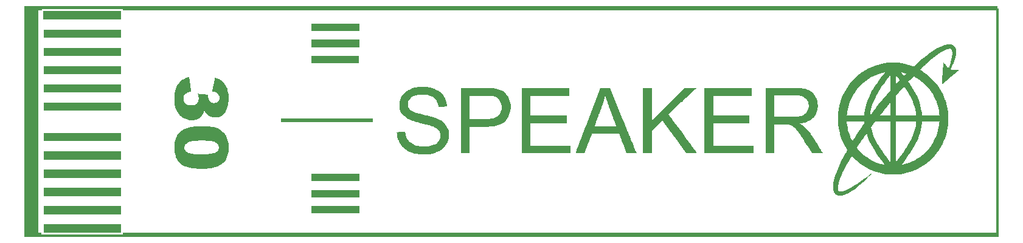
<source format=gto>
G04 #@! TF.GenerationSoftware,KiCad,Pcbnew,(6.99.0-2103-gdc6c27b686)*
G04 #@! TF.CreationDate,2022-06-20T02:17:25-05:00*
G04 #@! TF.ProjectId,speaker-SAO,73706561-6b65-4722-9d53-414f2e6b6963,rev?*
G04 #@! TF.SameCoordinates,Original*
G04 #@! TF.FileFunction,Legend,Top*
G04 #@! TF.FilePolarity,Positive*
%FSLAX46Y46*%
G04 Gerber Fmt 4.6, Leading zero omitted, Abs format (unit mm)*
G04 Created by KiCad (PCBNEW (6.99.0-2103-gdc6c27b686)) date 2022-06-20 02:17:25*
%MOMM*%
%LPD*%
G01*
G04 APERTURE LIST*
%ADD10R,1.700000X1.700000*%
%ADD11O,1.700000X1.700000*%
G04 APERTURE END LIST*
G36*
X214696245Y-74088416D02*
G01*
X214696245Y-74422417D01*
X214823404Y-74422417D01*
X214823404Y-106327489D01*
X79192491Y-106327489D01*
X79192491Y-105723106D01*
X81115770Y-105723106D01*
X81592616Y-105723106D01*
X81592616Y-105945773D01*
X92877972Y-105945773D01*
X92877972Y-105723106D01*
X214521402Y-105723106D01*
X214521402Y-74708704D01*
X92877972Y-74708704D01*
X92877972Y-74549655D01*
X81608511Y-74549655D01*
X81608511Y-74708704D01*
X81115770Y-74708704D01*
X81115770Y-105723106D01*
X79192491Y-105723106D01*
X79192491Y-74088416D01*
X214696245Y-74088416D01*
G37*
G36*
X92623654Y-105675391D02*
G01*
X81862828Y-105675391D01*
X81862828Y-104530244D01*
X92623654Y-104530244D01*
X92623654Y-105675391D01*
G37*
G36*
X92623654Y-103130620D02*
G01*
X81862828Y-103130620D01*
X81862828Y-101985472D01*
X92623654Y-101985472D01*
X92623654Y-103130620D01*
G37*
G36*
X125812140Y-103019286D02*
G01*
X119136295Y-103019286D01*
X119136295Y-102001377D01*
X125812140Y-102001377D01*
X125812140Y-103019286D01*
G37*
G36*
X125812140Y-100760801D02*
G01*
X122484814Y-100760801D01*
X122161846Y-100760751D01*
X121847323Y-100760605D01*
X121542722Y-100760366D01*
X121249521Y-100760040D01*
X120969196Y-100759632D01*
X120703224Y-100759145D01*
X120453083Y-100758586D01*
X120220249Y-100757958D01*
X120006199Y-100757266D01*
X119812412Y-100756514D01*
X119640363Y-100755709D01*
X119491529Y-100754853D01*
X119367389Y-100753953D01*
X119269418Y-100753012D01*
X119199095Y-100752036D01*
X119157895Y-100751028D01*
X119146892Y-100750198D01*
X119144286Y-100732249D01*
X119141913Y-100686404D01*
X119139854Y-100616574D01*
X119138190Y-100526673D01*
X119137003Y-100420613D01*
X119136375Y-100302307D01*
X119136295Y-100241244D01*
X119136295Y-99742893D01*
X125812140Y-99742893D01*
X125812140Y-100760801D01*
G37*
G36*
X92623654Y-100585848D02*
G01*
X81862828Y-100585848D01*
X81862828Y-99440701D01*
X92623654Y-99440701D01*
X92623654Y-100585848D01*
G37*
G36*
X193210014Y-93207692D02*
G01*
X193017982Y-92770845D01*
X192851577Y-92321250D01*
X192712157Y-91862454D01*
X192601082Y-91398002D01*
X192547533Y-91111675D01*
X192523488Y-90963837D01*
X192503763Y-90831933D01*
X192487947Y-90710297D01*
X192475629Y-90593261D01*
X192466399Y-90475159D01*
X192459846Y-90350325D01*
X192455647Y-90215905D01*
X193684727Y-90215905D01*
X193692905Y-90299405D01*
X193736328Y-90674077D01*
X193791380Y-91023934D01*
X193859500Y-91354292D01*
X193942124Y-91670466D01*
X194040690Y-91977774D01*
X194156636Y-92281529D01*
X194291400Y-92587049D01*
X194337852Y-92684245D01*
X194466986Y-92949767D01*
X194620778Y-92700149D01*
X194684510Y-92597333D01*
X194756598Y-92482052D01*
X194829803Y-92365823D01*
X194896888Y-92260160D01*
X194922646Y-92219912D01*
X195011215Y-92083079D01*
X195110991Y-91930857D01*
X195219134Y-91767444D01*
X195332804Y-91597037D01*
X195449161Y-91423837D01*
X195565365Y-91252040D01*
X195678576Y-91085845D01*
X195735323Y-91003193D01*
X197040740Y-91003193D01*
X197093246Y-91209956D01*
X197185450Y-91539852D01*
X197295126Y-91870978D01*
X197423119Y-92204866D01*
X197570273Y-92543050D01*
X197737435Y-92887062D01*
X197925447Y-93238436D01*
X198135156Y-93598704D01*
X198367407Y-93969399D01*
X198623043Y-94352055D01*
X198902911Y-94748204D01*
X199207854Y-95159380D01*
X199427065Y-95444615D01*
X199499989Y-95538091D01*
X199566399Y-95622886D01*
X199623846Y-95695899D01*
X199669881Y-95754031D01*
X199702058Y-95794182D01*
X199717928Y-95813254D01*
X199719147Y-95814402D01*
X199719584Y-95798764D01*
X199720008Y-95752923D01*
X199720417Y-95678481D01*
X199720808Y-95577045D01*
X199721179Y-95450220D01*
X199721528Y-95299610D01*
X199721852Y-95126821D01*
X199722149Y-94933458D01*
X199722417Y-94721126D01*
X199722654Y-94491430D01*
X199722856Y-94245974D01*
X199723021Y-93986365D01*
X199723148Y-93714206D01*
X199723233Y-93431104D01*
X199723275Y-93138663D01*
X199723279Y-93015153D01*
X199723279Y-93007201D01*
X200549812Y-93007201D01*
X200549852Y-93302614D01*
X200549969Y-93589351D01*
X200550160Y-93865805D01*
X200550419Y-94130368D01*
X200550743Y-94381433D01*
X200551128Y-94617392D01*
X200551570Y-94836638D01*
X200552064Y-95037564D01*
X200552607Y-95218563D01*
X200553194Y-95378027D01*
X200553821Y-95514348D01*
X200554485Y-95625920D01*
X200555180Y-95711135D01*
X200555904Y-95768385D01*
X200556651Y-95796064D01*
X200556950Y-95798497D01*
X200568468Y-95786575D01*
X200596493Y-95753296D01*
X200637991Y-95702394D01*
X200689924Y-95637601D01*
X200749258Y-95562648D01*
X200763506Y-95544526D01*
X201061105Y-95159122D01*
X201334968Y-94790913D01*
X201586543Y-94437682D01*
X201817282Y-94097215D01*
X202028634Y-93767297D01*
X202222048Y-93445713D01*
X202398975Y-93130249D01*
X202560864Y-92818689D01*
X202601271Y-92736819D01*
X202790255Y-92326295D01*
X202950993Y-91926210D01*
X203084252Y-91534008D01*
X203190803Y-91147131D01*
X203271413Y-90763019D01*
X203326851Y-90379117D01*
X203336037Y-90291452D01*
X203343404Y-90215905D01*
X200549812Y-90215905D01*
X200549812Y-93007201D01*
X199723279Y-93007201D01*
X199723279Y-90215905D01*
X198670244Y-90216296D01*
X197617209Y-90216688D01*
X197386733Y-90528723D01*
X197318790Y-90620834D01*
X197253776Y-90709206D01*
X197195189Y-90789066D01*
X197146526Y-90855643D01*
X197111285Y-90904163D01*
X197098499Y-90921975D01*
X197040740Y-91003193D01*
X195735323Y-91003193D01*
X195785953Y-90929450D01*
X195884658Y-90787054D01*
X195971850Y-90662854D01*
X196044689Y-90561050D01*
X196046430Y-90558652D01*
X196086791Y-90496546D01*
X196109233Y-90440834D01*
X196116030Y-90380526D01*
X196109452Y-90304628D01*
X196104942Y-90275548D01*
X196095090Y-90215905D01*
X193684727Y-90215905D01*
X192455647Y-90215905D01*
X192455559Y-90213092D01*
X192453128Y-90057794D01*
X192452142Y-89878763D01*
X192452059Y-89794427D01*
X192452558Y-89603640D01*
X192454327Y-89438984D01*
X192455907Y-89372949D01*
X193682623Y-89372949D01*
X196096961Y-89372949D01*
X196098915Y-89353068D01*
X198286570Y-89353068D01*
X198289666Y-89357912D01*
X198306597Y-89361952D01*
X198339612Y-89365248D01*
X198390958Y-89367865D01*
X198462881Y-89369865D01*
X198557629Y-89371311D01*
X198677450Y-89372265D01*
X198824590Y-89372790D01*
X198999124Y-89372949D01*
X199723279Y-89372949D01*
X200549812Y-89372949D01*
X203344284Y-89372949D01*
X203336703Y-89305354D01*
X203283660Y-88918977D01*
X203211735Y-88542205D01*
X203119755Y-88171761D01*
X203006550Y-87804365D01*
X202870946Y-87436739D01*
X202711771Y-87065606D01*
X202527855Y-86687686D01*
X202318024Y-86299702D01*
X202173075Y-86050436D01*
X202123011Y-85967613D01*
X202066630Y-85876261D01*
X202006369Y-85780131D01*
X201944662Y-85682975D01*
X201883945Y-85588544D01*
X201826653Y-85500590D01*
X201775221Y-85422866D01*
X201732084Y-85359123D01*
X201699678Y-85313112D01*
X201680438Y-85288587D01*
X201676605Y-85285547D01*
X201664378Y-85297093D01*
X201633257Y-85330246D01*
X201585304Y-85382692D01*
X201522578Y-85452117D01*
X201447141Y-85536206D01*
X201361053Y-85632646D01*
X201266375Y-85739122D01*
X201165166Y-85853319D01*
X201059488Y-85972924D01*
X200951400Y-86095622D01*
X200842965Y-86219098D01*
X200736241Y-86341039D01*
X200704575Y-86377309D01*
X200549812Y-86554681D01*
X200549812Y-89372949D01*
X199723279Y-89372949D01*
X199723279Y-88465436D01*
X199723013Y-88256186D01*
X199722226Y-88073000D01*
X199720932Y-87916713D01*
X199719145Y-87788162D01*
X199716880Y-87688184D01*
X199714151Y-87617615D01*
X199710972Y-87577291D01*
X199707863Y-87567455D01*
X199694003Y-87582232D01*
X199662422Y-87619547D01*
X199615071Y-87676951D01*
X199553901Y-87751993D01*
X199480861Y-87842223D01*
X199397902Y-87945191D01*
X199306975Y-88058447D01*
X199210029Y-88179540D01*
X199109016Y-88306020D01*
X199005884Y-88435438D01*
X198902585Y-88565342D01*
X198801068Y-88693283D01*
X198703285Y-88816811D01*
X198611185Y-88933474D01*
X198526719Y-89040824D01*
X198451836Y-89136410D01*
X198388488Y-89217781D01*
X198338624Y-89282488D01*
X198304194Y-89328080D01*
X198287150Y-89352107D01*
X198286570Y-89353068D01*
X196098915Y-89353068D01*
X196099761Y-89344459D01*
X196925936Y-89344459D01*
X197202016Y-88979228D01*
X197287018Y-88867372D01*
X197385917Y-88738211D01*
X197492842Y-88599352D01*
X197601920Y-88458401D01*
X197707280Y-88322965D01*
X197801826Y-88202209D01*
X198070680Y-87863252D01*
X198352249Y-87513949D01*
X198640699Y-87161367D01*
X198930199Y-86812572D01*
X199214918Y-86474631D01*
X199489024Y-86154610D01*
X199544022Y-86091115D01*
X199723279Y-85884593D01*
X199723279Y-84826341D01*
X199723087Y-84646573D01*
X199722534Y-84476865D01*
X199721652Y-84319778D01*
X199720604Y-84193711D01*
X200550464Y-84193711D01*
X200550467Y-84341392D01*
X200550499Y-84371451D01*
X200551185Y-84959361D01*
X200741568Y-84760551D01*
X200809498Y-84689172D01*
X200853115Y-84642806D01*
X202249884Y-84642806D01*
X202449926Y-84941009D01*
X202741711Y-85391885D01*
X203004739Y-85832101D01*
X203239633Y-86263147D01*
X203447015Y-86686514D01*
X203627506Y-87103695D01*
X203781729Y-87516181D01*
X203910307Y-87925463D01*
X204013860Y-88333034D01*
X204093011Y-88740384D01*
X204125638Y-88959389D01*
X204137124Y-89050456D01*
X204146811Y-89136648D01*
X204153901Y-89210134D01*
X204157598Y-89263084D01*
X204157947Y-89276720D01*
X204160024Y-89323268D01*
X204165284Y-89355431D01*
X204168544Y-89362346D01*
X204185761Y-89364047D01*
X204232286Y-89365665D01*
X204305640Y-89367175D01*
X204403341Y-89368558D01*
X204522909Y-89369791D01*
X204661863Y-89370853D01*
X204817721Y-89371721D01*
X204988003Y-89372374D01*
X205170229Y-89372791D01*
X205361918Y-89372948D01*
X205376554Y-89372949D01*
X206573967Y-89372949D01*
X206573967Y-89313208D01*
X206571572Y-89261392D01*
X206564926Y-89184845D01*
X206554837Y-89090242D01*
X206542112Y-88984254D01*
X206527559Y-88873558D01*
X206511987Y-88764825D01*
X206496203Y-88664730D01*
X206493595Y-88649280D01*
X206407110Y-88231658D01*
X206290741Y-87814092D01*
X206146083Y-87401066D01*
X205974732Y-86997068D01*
X205778281Y-86606583D01*
X205746965Y-86549843D01*
X205663435Y-86407337D01*
X205564207Y-86249655D01*
X205454947Y-86085172D01*
X205341323Y-85922266D01*
X205229002Y-85769314D01*
X205149786Y-85667126D01*
X205066634Y-85567621D01*
X204964654Y-85453276D01*
X204848880Y-85329151D01*
X204724345Y-85200307D01*
X204596082Y-85071804D01*
X204469124Y-84948704D01*
X204348504Y-84836066D01*
X204239254Y-84738952D01*
X204165895Y-84677816D01*
X203956143Y-84516707D01*
X203736687Y-84360930D01*
X203514825Y-84215263D01*
X203297857Y-84084488D01*
X203093081Y-83973382D01*
X203080501Y-83967022D01*
X202952666Y-83902708D01*
X202693902Y-84176558D01*
X202614412Y-84260602D01*
X202536316Y-84343028D01*
X202464227Y-84418977D01*
X202402758Y-84483591D01*
X202356522Y-84532014D01*
X202342511Y-84546606D01*
X202249884Y-84642806D01*
X200853115Y-84642806D01*
X200874562Y-84620008D01*
X200931486Y-84558722D01*
X200974997Y-84510979D01*
X200993512Y-84489978D01*
X201055073Y-84418216D01*
X200825696Y-84124167D01*
X200759487Y-84039561D01*
X200698756Y-83962465D01*
X200646569Y-83896732D01*
X200605994Y-83846213D01*
X200580096Y-83814761D01*
X200573066Y-83806829D01*
X200567007Y-83803798D01*
X200562093Y-83809910D01*
X200558214Y-83827933D01*
X200555259Y-83860640D01*
X200553118Y-83910801D01*
X200551678Y-83981186D01*
X200550830Y-84074566D01*
X200550464Y-84193711D01*
X199720604Y-84193711D01*
X199720472Y-84177873D01*
X199719027Y-84053711D01*
X199717350Y-83949854D01*
X199715473Y-83868861D01*
X199713427Y-83813294D01*
X199711246Y-83785714D01*
X199710132Y-83783199D01*
X199696442Y-83800125D01*
X199666580Y-83837751D01*
X199623975Y-83891734D01*
X199572056Y-83957732D01*
X199522423Y-84020977D01*
X199237683Y-84389520D01*
X198975763Y-84739874D01*
X198735155Y-85074328D01*
X198514355Y-85395171D01*
X198311856Y-85704694D01*
X198126152Y-86005187D01*
X197955739Y-86298939D01*
X197799109Y-86588240D01*
X197681632Y-86820225D01*
X197511755Y-87182820D01*
X197365679Y-87531315D01*
X197241852Y-87870802D01*
X197138719Y-88206370D01*
X197054729Y-88543107D01*
X196988326Y-88886105D01*
X196937959Y-89240451D01*
X196934828Y-89267251D01*
X196925936Y-89344459D01*
X196099761Y-89344459D01*
X196105949Y-89281496D01*
X196122585Y-89131534D01*
X196144088Y-88967192D01*
X196169079Y-88797282D01*
X196196176Y-88630619D01*
X196224001Y-88476014D01*
X196251174Y-88342283D01*
X196257215Y-88315278D01*
X196353060Y-87940732D01*
X196470207Y-87563825D01*
X196609294Y-87183378D01*
X196770958Y-86798216D01*
X196955834Y-86407160D01*
X197164560Y-86009033D01*
X197397772Y-85602659D01*
X197656107Y-85186859D01*
X197940201Y-84760455D01*
X198250691Y-84322272D01*
X198588214Y-83871132D01*
X198823481Y-83569016D01*
X198878410Y-83498899D01*
X198925279Y-83437894D01*
X198960989Y-83390134D01*
X198982436Y-83359756D01*
X198985468Y-83354058D01*
X201283261Y-83354058D01*
X201290777Y-83367485D01*
X201315095Y-83401830D01*
X201353247Y-83453101D01*
X201402264Y-83517306D01*
X201458105Y-83589091D01*
X201638611Y-83819178D01*
X201793547Y-83665937D01*
X201855073Y-83604537D01*
X201896288Y-83561453D01*
X201919864Y-83533024D01*
X201928473Y-83515588D01*
X201924788Y-83505485D01*
X201914565Y-83500141D01*
X201873110Y-83486852D01*
X201811736Y-83469780D01*
X201736107Y-83450235D01*
X201651884Y-83429526D01*
X201564728Y-83408964D01*
X201480301Y-83389860D01*
X201404266Y-83373522D01*
X201342283Y-83361262D01*
X201300016Y-83354389D01*
X201283261Y-83354058D01*
X198985468Y-83354058D01*
X198987233Y-83350740D01*
X198969676Y-83351531D01*
X198926553Y-83359187D01*
X198863045Y-83372478D01*
X198784329Y-83390174D01*
X198695585Y-83411044D01*
X198601990Y-83433859D01*
X198508723Y-83457389D01*
X198420963Y-83480403D01*
X198343889Y-83501673D01*
X198309443Y-83511727D01*
X197886670Y-83654769D01*
X197476305Y-83826494D01*
X197079709Y-84025758D01*
X196698244Y-84251415D01*
X196333270Y-84502322D01*
X195986149Y-84777335D01*
X195658241Y-85075308D01*
X195350908Y-85395097D01*
X195065511Y-85735558D01*
X194803410Y-86095548D01*
X194565967Y-86473920D01*
X194382167Y-86813864D01*
X194232267Y-87134853D01*
X194097607Y-87469074D01*
X193979763Y-87811043D01*
X193880311Y-88155278D01*
X193800828Y-88496297D01*
X193742891Y-88828617D01*
X193708076Y-89146755D01*
X193706997Y-89161813D01*
X193701730Y-89229582D01*
X193696177Y-89288669D01*
X193691295Y-89329238D01*
X193689938Y-89337163D01*
X193682623Y-89372949D01*
X192455907Y-89372949D01*
X192457778Y-89294794D01*
X192463322Y-89165401D01*
X192471368Y-89045141D01*
X192482328Y-88928346D01*
X192496613Y-88809349D01*
X192514633Y-88682484D01*
X192536798Y-88542085D01*
X192547533Y-88477179D01*
X192643563Y-87996010D01*
X192768622Y-87525363D01*
X192921747Y-87066330D01*
X193101975Y-86620002D01*
X193308344Y-86187470D01*
X193539889Y-85769828D01*
X193795649Y-85368166D01*
X194074660Y-84983577D01*
X194375958Y-84617151D01*
X194698582Y-84269981D01*
X195041567Y-83943159D01*
X195403952Y-83637776D01*
X195784772Y-83354924D01*
X196183065Y-83095695D01*
X196597867Y-82861181D01*
X197028217Y-82652473D01*
X197473150Y-82470663D01*
X197931703Y-82316843D01*
X197999114Y-82296971D01*
X198463755Y-82178434D01*
X198935434Y-82089503D01*
X199411933Y-82030103D01*
X199891033Y-82000160D01*
X200370517Y-81999599D01*
X200848166Y-82028345D01*
X201321763Y-82086324D01*
X201789088Y-82173460D01*
X202247926Y-82289679D01*
X202696056Y-82434906D01*
X202757166Y-82457307D01*
X202969714Y-82536351D01*
X203019431Y-82489966D01*
X203281565Y-82250194D01*
X203559697Y-82004682D01*
X203849058Y-81757285D01*
X204144883Y-81511859D01*
X204442403Y-81272258D01*
X204736851Y-81042337D01*
X205023461Y-80825952D01*
X205297464Y-80626959D01*
X205485169Y-80495997D01*
X205765142Y-80308767D01*
X206026523Y-80143256D01*
X206272338Y-79997858D01*
X206505614Y-79870972D01*
X206729378Y-79760994D01*
X206946655Y-79666320D01*
X207160474Y-79585348D01*
X207279363Y-79545539D01*
X207443154Y-79497110D01*
X207588233Y-79463414D01*
X207723312Y-79443090D01*
X207857101Y-79434779D01*
X207979517Y-79436275D01*
X208145468Y-79451689D01*
X208289094Y-79484733D01*
X208415954Y-79537756D01*
X208531605Y-79613108D01*
X208641605Y-79713139D01*
X208646529Y-79718277D01*
X208730625Y-79825055D01*
X208802780Y-79953743D01*
X208858153Y-80095248D01*
X208871129Y-80140200D01*
X208894940Y-80267614D01*
X208906370Y-80418017D01*
X208905596Y-80585175D01*
X208892798Y-80762855D01*
X208868154Y-80944825D01*
X208844509Y-81068826D01*
X208789479Y-81294125D01*
X208717337Y-81539425D01*
X208630065Y-81799294D01*
X208529645Y-82068301D01*
X208418060Y-82341016D01*
X208297291Y-82612006D01*
X208228551Y-82756543D01*
X208131783Y-82955354D01*
X208191329Y-82960411D01*
X208221705Y-82962747D01*
X208279395Y-82966956D01*
X208359997Y-82972724D01*
X208459112Y-82979740D01*
X208572339Y-82987692D01*
X208695276Y-82996266D01*
X208751564Y-83000173D01*
X208890755Y-83010314D01*
X209010865Y-83020064D01*
X209109425Y-83029175D01*
X209183964Y-83037395D01*
X209232014Y-83044475D01*
X209251105Y-83050165D01*
X209251332Y-83050782D01*
X209239363Y-83063349D01*
X209205118Y-83094498D01*
X209150621Y-83142521D01*
X209077896Y-83205710D01*
X208988967Y-83282357D01*
X208885857Y-83370756D01*
X208770590Y-83469198D01*
X208645190Y-83575976D01*
X208511681Y-83689381D01*
X208372086Y-83807707D01*
X208228429Y-83929246D01*
X208082734Y-84052289D01*
X207937024Y-84175130D01*
X207793324Y-84296060D01*
X207653657Y-84413373D01*
X207520047Y-84525359D01*
X207394517Y-84630312D01*
X207279092Y-84726524D01*
X207175795Y-84812288D01*
X207086649Y-84885894D01*
X207013680Y-84945637D01*
X206958909Y-84989808D01*
X206924362Y-85016699D01*
X206912097Y-85024669D01*
X206911877Y-85007877D01*
X206913837Y-84962012D01*
X206917790Y-84889723D01*
X206923549Y-84793660D01*
X206930926Y-84676471D01*
X206939733Y-84540806D01*
X206949783Y-84389313D01*
X206960888Y-84224640D01*
X206972862Y-84049438D01*
X206985516Y-83866355D01*
X206998663Y-83678039D01*
X207012116Y-83487140D01*
X207025687Y-83296307D01*
X207039189Y-83108188D01*
X207052434Y-82925432D01*
X207065234Y-82750689D01*
X207077403Y-82586607D01*
X207088753Y-82435835D01*
X207099096Y-82301022D01*
X207108245Y-82184816D01*
X207116012Y-82089868D01*
X207122211Y-82018826D01*
X207126652Y-81974338D01*
X207129056Y-81959102D01*
X207140980Y-81968486D01*
X207170779Y-81999713D01*
X207216094Y-82050090D01*
X207274567Y-82116923D01*
X207343838Y-82197521D01*
X207421550Y-82289192D01*
X207495302Y-82377190D01*
X207590300Y-82490909D01*
X207667117Y-82582196D01*
X207727770Y-82653182D01*
X207774278Y-82705997D01*
X207808660Y-82742771D01*
X207832935Y-82765634D01*
X207849122Y-82776717D01*
X207859238Y-82778150D01*
X207865302Y-82772063D01*
X207866645Y-82769059D01*
X207896672Y-82689013D01*
X207933420Y-82585486D01*
X207974566Y-82465490D01*
X208017787Y-82336038D01*
X208060758Y-82204143D01*
X208101156Y-82076819D01*
X208136658Y-81961078D01*
X208155344Y-81897683D01*
X208234322Y-81604459D01*
X208294812Y-81335689D01*
X208337021Y-81090103D01*
X208361153Y-80866427D01*
X208367418Y-80663390D01*
X208365674Y-80602389D01*
X208354035Y-80457590D01*
X208332363Y-80339821D01*
X208299394Y-80245536D01*
X208253862Y-80171188D01*
X208194505Y-80113233D01*
X208190008Y-80109853D01*
X208166325Y-80095021D01*
X208138618Y-80085382D01*
X208099828Y-80079905D01*
X208042893Y-80077553D01*
X207967480Y-80077266D01*
X207883128Y-80078595D01*
X207818706Y-80083107D01*
X207762378Y-80092724D01*
X207702310Y-80109370D01*
X207638924Y-80130676D01*
X207478345Y-80191749D01*
X207315326Y-80264192D01*
X207145812Y-80350183D01*
X206965746Y-80451899D01*
X206771072Y-80571519D01*
X206558072Y-80710992D01*
X206212532Y-80952765D01*
X205854066Y-81222643D01*
X205482470Y-81520789D01*
X205097537Y-81847366D01*
X204817815Y-82094975D01*
X204768945Y-82139421D01*
X204705624Y-82197737D01*
X204630789Y-82267151D01*
X204547380Y-82344897D01*
X204458333Y-82428204D01*
X204366588Y-82514305D01*
X204275082Y-82600431D01*
X204186753Y-82683812D01*
X204104540Y-82761681D01*
X204031381Y-82831268D01*
X203970214Y-82889805D01*
X203923976Y-82934522D01*
X203895607Y-82962652D01*
X203887735Y-82971432D01*
X203900599Y-82980852D01*
X203936271Y-83003987D01*
X203990366Y-83038071D01*
X204058503Y-83080338D01*
X204122184Y-83119409D01*
X204527693Y-83385565D01*
X204914946Y-83677117D01*
X205282846Y-83992680D01*
X205630297Y-84330873D01*
X205956200Y-84690313D01*
X206259461Y-85069617D01*
X206538981Y-85467402D01*
X206793664Y-85882286D01*
X207022413Y-86312886D01*
X207224132Y-86757818D01*
X207397723Y-87215702D01*
X207417268Y-87273415D01*
X207541068Y-87673843D01*
X207640878Y-88064894D01*
X207717996Y-88453996D01*
X207773720Y-88848576D01*
X207809348Y-89256060D01*
X207824439Y-89603569D01*
X207821590Y-90105742D01*
X207787525Y-90603584D01*
X207722484Y-91096018D01*
X207626704Y-91581972D01*
X207500423Y-92060368D01*
X207343879Y-92530134D01*
X207157309Y-92990194D01*
X207001186Y-93321502D01*
X206767971Y-93753519D01*
X206508008Y-94169904D01*
X206220246Y-94572236D01*
X205927851Y-94933898D01*
X205851115Y-95020336D01*
X205756136Y-95122141D01*
X205648253Y-95234009D01*
X205532803Y-95350636D01*
X205415123Y-95466718D01*
X205300550Y-95576952D01*
X205194422Y-95676033D01*
X205102076Y-95758659D01*
X205071902Y-95784475D01*
X204680810Y-96093316D01*
X204274973Y-96374249D01*
X203855466Y-96626958D01*
X203423366Y-96851126D01*
X202979748Y-97046438D01*
X202525686Y-97212578D01*
X202062256Y-97349228D01*
X201590534Y-97456073D01*
X201111594Y-97532796D01*
X200626512Y-97579081D01*
X200136363Y-97594611D01*
X199642222Y-97579071D01*
X199145165Y-97532144D01*
X199135169Y-97530879D01*
X198670584Y-97455990D01*
X198208716Y-97350323D01*
X197752055Y-97214906D01*
X197303091Y-97050769D01*
X196864313Y-96858942D01*
X196438213Y-96640453D01*
X196027278Y-96396334D01*
X195634000Y-96127613D01*
X195501394Y-96028252D01*
X195332202Y-95893531D01*
X195154383Y-95743071D01*
X194974880Y-95583228D01*
X194800638Y-95420356D01*
X194638602Y-95260811D01*
X194495716Y-95110947D01*
X194479409Y-95093058D01*
X194435971Y-95046241D01*
X194401133Y-95010775D01*
X194379819Y-94991569D01*
X194375674Y-94989676D01*
X194364350Y-95007315D01*
X194339426Y-95049088D01*
X194302940Y-95111435D01*
X194256932Y-95190797D01*
X194203440Y-95283614D01*
X194144504Y-95386326D01*
X194082163Y-95495375D01*
X194018457Y-95607199D01*
X193955425Y-95718240D01*
X193895105Y-95824938D01*
X193839538Y-95923733D01*
X193798417Y-95997307D01*
X193604509Y-96352865D01*
X193424315Y-96698165D01*
X193258197Y-97032140D01*
X193106515Y-97353724D01*
X192969630Y-97661850D01*
X192847904Y-97955454D01*
X192741697Y-98233467D01*
X192651369Y-98494823D01*
X192577282Y-98738458D01*
X192519797Y-98963303D01*
X192479275Y-99168293D01*
X192456075Y-99352361D01*
X192450561Y-99514441D01*
X192463091Y-99653466D01*
X192494027Y-99768371D01*
X192510044Y-99804230D01*
X192562397Y-99873755D01*
X192638134Y-99922292D01*
X192736784Y-99949877D01*
X192857878Y-99956548D01*
X193000945Y-99942344D01*
X193165514Y-99907300D01*
X193351115Y-99851456D01*
X193557277Y-99774848D01*
X193715019Y-99708250D01*
X193953015Y-99595748D01*
X194211078Y-99459428D01*
X194488636Y-99299670D01*
X194785122Y-99116854D01*
X195099966Y-98911361D01*
X195432600Y-98683570D01*
X195782454Y-98433861D01*
X196148959Y-98162616D01*
X196531547Y-97870213D01*
X196898838Y-97581573D01*
X196989046Y-97510214D01*
X197070990Y-97446197D01*
X197141450Y-97391974D01*
X197197206Y-97349996D01*
X197235036Y-97322714D01*
X197251721Y-97312578D01*
X197252170Y-97312649D01*
X197244055Y-97326188D01*
X197215828Y-97359588D01*
X197169956Y-97410316D01*
X197108905Y-97475842D01*
X197035144Y-97553633D01*
X196951139Y-97641159D01*
X196859358Y-97735888D01*
X196762268Y-97835288D01*
X196662335Y-97936829D01*
X196562027Y-98037979D01*
X196463812Y-98136206D01*
X196370156Y-98228979D01*
X196283527Y-98313767D01*
X196206392Y-98388038D01*
X196176025Y-98416800D01*
X196036213Y-98547920D01*
X195913872Y-98661477D01*
X195803752Y-98762154D01*
X195700604Y-98854632D01*
X195599175Y-98943594D01*
X195494216Y-99033725D01*
X195380476Y-99129705D01*
X195320400Y-99179913D01*
X195021801Y-99421566D01*
X194732047Y-99641477D01*
X194452206Y-99839016D01*
X194183345Y-100013550D01*
X193926529Y-100164450D01*
X193682827Y-100291084D01*
X193453305Y-100392822D01*
X193239030Y-100469032D01*
X193063329Y-100514605D01*
X192986718Y-100527449D01*
X192896892Y-100537735D01*
X192803441Y-100544845D01*
X192715952Y-100548164D01*
X192644011Y-100547073D01*
X192610325Y-100543740D01*
X192436026Y-100502442D01*
X192282920Y-100437634D01*
X192150062Y-100348633D01*
X192036504Y-100234757D01*
X191941301Y-100095323D01*
X191911812Y-100039695D01*
X191872803Y-99957072D01*
X191842462Y-99881447D01*
X191819756Y-99806940D01*
X191803656Y-99727671D01*
X191793129Y-99637761D01*
X191787144Y-99531330D01*
X191784671Y-99402497D01*
X191784441Y-99313462D01*
X191785202Y-99186492D01*
X191787425Y-99083850D01*
X191791613Y-98998069D01*
X191798270Y-98921685D01*
X191807898Y-98847229D01*
X191821001Y-98767236D01*
X191821441Y-98764746D01*
X191885865Y-98452079D01*
X191972383Y-98117727D01*
X192080646Y-97762537D01*
X192210308Y-97387354D01*
X192361021Y-96993025D01*
X192532435Y-96580394D01*
X192724205Y-96150308D01*
X192935981Y-95703612D01*
X193167417Y-95241152D01*
X193418164Y-94763775D01*
X193615215Y-94402724D01*
X193749710Y-94160051D01*
X193665523Y-94028961D01*
X193566914Y-93863774D01*
X195068564Y-93863774D01*
X195166666Y-93982472D01*
X195470187Y-94325345D01*
X195793549Y-94643918D01*
X196135666Y-94937524D01*
X196495452Y-95205501D01*
X196871820Y-95447181D01*
X197263685Y-95661902D01*
X197669961Y-95848996D01*
X198089561Y-96007801D01*
X198521399Y-96137650D01*
X198793429Y-96203023D01*
X198876726Y-96221125D01*
X198933441Y-96233047D01*
X198968073Y-96239290D01*
X198985120Y-96240358D01*
X198989080Y-96236755D01*
X198988538Y-96235845D01*
X201280976Y-96235845D01*
X201294053Y-96239529D01*
X201316740Y-96236380D01*
X201346111Y-96229854D01*
X201398793Y-96218230D01*
X201467043Y-96203217D01*
X201535294Y-96188233D01*
X201937841Y-96084480D01*
X202339030Y-95950638D01*
X202735172Y-95788341D01*
X203122572Y-95599224D01*
X203497540Y-95384923D01*
X203805014Y-95183290D01*
X204000761Y-95038650D01*
X204205634Y-94872491D01*
X204413361Y-94690696D01*
X204617672Y-94499146D01*
X204812297Y-94303725D01*
X204990965Y-94110314D01*
X205147405Y-93924797D01*
X205149850Y-93921728D01*
X205423773Y-93552437D01*
X205670162Y-93167933D01*
X205888513Y-92769387D01*
X206078320Y-92357975D01*
X206239076Y-91934868D01*
X206370277Y-91501242D01*
X206471415Y-91058270D01*
X206526210Y-90727982D01*
X206538950Y-90631444D01*
X206551022Y-90530220D01*
X206561056Y-90436408D01*
X206567617Y-90362924D01*
X206578544Y-90215703D01*
X205372219Y-90219780D01*
X204165895Y-90223857D01*
X204161738Y-90295429D01*
X204151113Y-90423569D01*
X204133335Y-90574600D01*
X204109672Y-90740740D01*
X204081394Y-90914206D01*
X204049770Y-91087215D01*
X204016067Y-91251986D01*
X203981554Y-91400735D01*
X203981535Y-91400814D01*
X203877954Y-91775566D01*
X203753631Y-92152283D01*
X203607873Y-92532224D01*
X203439989Y-92916649D01*
X203249283Y-93306818D01*
X203035065Y-93703990D01*
X202796640Y-94109424D01*
X202533316Y-94524381D01*
X202244400Y-94950118D01*
X201929198Y-95387897D01*
X201587019Y-95838976D01*
X201428749Y-96040708D01*
X201377117Y-96106432D01*
X201333350Y-96163181D01*
X201300898Y-96206401D01*
X201283210Y-96231538D01*
X201280976Y-96235845D01*
X198988538Y-96235845D01*
X198984452Y-96228983D01*
X198980526Y-96223951D01*
X198812846Y-96008006D01*
X198662879Y-95813461D01*
X198528237Y-95637071D01*
X198406534Y-95475592D01*
X198295381Y-95325779D01*
X198192393Y-95184389D01*
X198095181Y-95048177D01*
X198001359Y-94913897D01*
X197908539Y-94778307D01*
X197820280Y-94647072D01*
X197529351Y-94194763D01*
X197266972Y-93752067D01*
X197032104Y-93316966D01*
X196823705Y-92887445D01*
X196640738Y-92461484D01*
X196496759Y-92078951D01*
X196422102Y-91866417D01*
X196153510Y-92253904D01*
X196084733Y-92353669D01*
X196002001Y-92474573D01*
X195908946Y-92611258D01*
X195809199Y-92758364D01*
X195706392Y-92910533D01*
X195604156Y-93062404D01*
X195506124Y-93208620D01*
X195476741Y-93252582D01*
X195068564Y-93863774D01*
X193566914Y-93863774D01*
X193426314Y-93628246D01*
X193210014Y-93207692D01*
G37*
G36*
X125812140Y-98486412D02*
G01*
X119136295Y-98486412D01*
X119136295Y-97484408D01*
X125812140Y-97484408D01*
X125812140Y-98486412D01*
G37*
G36*
X92623654Y-98041077D02*
G01*
X81862828Y-98041077D01*
X81862828Y-96895930D01*
X92623654Y-96895930D01*
X92623654Y-98041077D01*
G37*
G36*
X100088452Y-93592311D02*
G01*
X100093628Y-93445080D01*
X100101597Y-93314264D01*
X100112361Y-93206679D01*
X100115363Y-93185060D01*
X100166537Y-92908833D01*
X100234966Y-92656994D01*
X100322221Y-92426261D01*
X100429874Y-92213354D01*
X100559493Y-92014991D01*
X100712651Y-91827892D01*
X100817273Y-91718910D01*
X100980499Y-91571318D01*
X101155675Y-91439469D01*
X101345087Y-91322467D01*
X101551023Y-91219416D01*
X101775767Y-91129420D01*
X102021605Y-91051582D01*
X102290825Y-90985006D01*
X102585710Y-90928797D01*
X102908547Y-90882056D01*
X102971214Y-90874412D01*
X103066258Y-90865447D01*
X103187547Y-90857619D01*
X103329552Y-90851010D01*
X103486745Y-90845703D01*
X103653599Y-90841778D01*
X103824586Y-90839318D01*
X103994177Y-90838404D01*
X104156845Y-90839119D01*
X104307062Y-90841543D01*
X104439300Y-90845759D01*
X104539180Y-90851210D01*
X104906286Y-90885004D01*
X105245565Y-90932962D01*
X105557800Y-90995374D01*
X105843772Y-91072531D01*
X106104261Y-91164721D01*
X106340048Y-91272235D01*
X106551914Y-91395363D01*
X106740641Y-91534395D01*
X106907008Y-91689621D01*
X106963075Y-91751241D01*
X107125400Y-91961682D01*
X107264980Y-92193807D01*
X107381886Y-92447794D01*
X107476188Y-92723823D01*
X107547959Y-93022073D01*
X107597270Y-93342723D01*
X107598004Y-93349154D01*
X107605735Y-93440993D01*
X107611387Y-93556759D01*
X107614960Y-93688941D01*
X107616451Y-93830026D01*
X107615861Y-93972504D01*
X107613187Y-94108863D01*
X107608428Y-94231592D01*
X107601584Y-94333180D01*
X107598164Y-94367063D01*
X107552047Y-94661656D01*
X107483520Y-94935091D01*
X107391866Y-95189463D01*
X107276366Y-95426868D01*
X107181140Y-95583782D01*
X107119477Y-95667063D01*
X107038019Y-95762173D01*
X106943080Y-95862797D01*
X106840975Y-95962616D01*
X106738018Y-96055313D01*
X106640523Y-96134572D01*
X106603128Y-96162048D01*
X106497559Y-96230274D01*
X106370904Y-96301908D01*
X106232798Y-96372183D01*
X106092875Y-96436328D01*
X105960771Y-96489573D01*
X105895870Y-96512182D01*
X105690578Y-96572349D01*
X105460545Y-96628268D01*
X105212691Y-96678556D01*
X104953935Y-96721829D01*
X104691198Y-96756706D01*
X104648123Y-96761538D01*
X104549208Y-96770165D01*
X104424873Y-96777606D01*
X104281468Y-96783752D01*
X104125346Y-96788491D01*
X103962856Y-96791713D01*
X103800351Y-96793307D01*
X103644182Y-96793162D01*
X103500699Y-96791167D01*
X103376254Y-96787211D01*
X103325698Y-96784616D01*
X102937770Y-96752875D01*
X102576994Y-96705493D01*
X102242766Y-96642334D01*
X101934480Y-96563266D01*
X101651533Y-96468153D01*
X101393320Y-96356862D01*
X101389674Y-96355089D01*
X101215890Y-96264257D01*
X101065897Y-96171664D01*
X100931891Y-96072051D01*
X100811802Y-95965665D01*
X100656956Y-95800803D01*
X100522154Y-95620833D01*
X100406356Y-95423474D01*
X100308523Y-95206444D01*
X100227614Y-94967464D01*
X100162591Y-94704251D01*
X100115892Y-94438635D01*
X100104370Y-94336079D01*
X100095623Y-94209035D01*
X100089655Y-94064318D01*
X100086469Y-93908747D01*
X100086276Y-93832033D01*
X101476483Y-93832033D01*
X101495348Y-93971027D01*
X101540732Y-94106014D01*
X101612490Y-94232914D01*
X101705911Y-94343206D01*
X101809303Y-94430320D01*
X101931392Y-94506169D01*
X102074055Y-94571332D01*
X102239172Y-94626387D01*
X102428620Y-94671913D01*
X102644279Y-94708488D01*
X102888026Y-94736691D01*
X103018899Y-94747676D01*
X103095382Y-94751904D01*
X103198549Y-94755401D01*
X103323301Y-94758162D01*
X103464540Y-94760186D01*
X103617169Y-94761470D01*
X103776089Y-94762013D01*
X103936203Y-94761811D01*
X104092412Y-94760863D01*
X104239618Y-94759166D01*
X104372724Y-94756718D01*
X104486631Y-94753516D01*
X104576242Y-94749559D01*
X104595200Y-94748388D01*
X104777330Y-94733633D01*
X104958458Y-94714136D01*
X105131417Y-94690892D01*
X105289041Y-94664894D01*
X105424165Y-94637133D01*
X105458761Y-94628732D01*
X105647793Y-94569034D01*
X105813456Y-94492252D01*
X105954721Y-94399459D01*
X106070563Y-94291731D01*
X106159954Y-94170139D01*
X106221866Y-94035760D01*
X106255272Y-93889666D01*
X106261217Y-93789730D01*
X106253468Y-93695254D01*
X106233044Y-93592022D01*
X106203455Y-93495101D01*
X106179853Y-93440416D01*
X106142252Y-93383149D01*
X106085902Y-93316851D01*
X106018886Y-93249546D01*
X105949289Y-93189258D01*
X105885193Y-93144013D01*
X105875824Y-93138615D01*
X105750099Y-93077937D01*
X105605524Y-93025088D01*
X105440584Y-92979854D01*
X105253765Y-92942020D01*
X105043553Y-92911370D01*
X104808433Y-92887692D01*
X104546891Y-92870768D01*
X104257414Y-92860386D01*
X103938487Y-92856329D01*
X103885169Y-92856253D01*
X103559473Y-92859379D01*
X103263474Y-92868964D01*
X102995677Y-92885319D01*
X102754586Y-92908755D01*
X102538710Y-92939584D01*
X102346552Y-92978116D01*
X102176618Y-93024663D01*
X102027416Y-93079534D01*
X101897449Y-93143043D01*
X101785224Y-93215498D01*
X101689247Y-93297213D01*
X101669140Y-93317530D01*
X101580466Y-93431778D01*
X101518896Y-93558330D01*
X101484283Y-93693108D01*
X101476483Y-93832033D01*
X100086276Y-93832033D01*
X100086067Y-93749139D01*
X100088452Y-93592311D01*
G37*
G36*
X92623654Y-95496305D02*
G01*
X81862828Y-95496305D01*
X81862828Y-94351158D01*
X92623654Y-94351158D01*
X92623654Y-95496305D01*
G37*
G36*
X134818459Y-85374092D02*
G01*
X134970846Y-85378415D01*
X135108541Y-85385293D01*
X135224922Y-85394729D01*
X135278964Y-85401221D01*
X135630288Y-85461887D01*
X135956880Y-85541827D01*
X136259543Y-85641369D01*
X136539080Y-85760840D01*
X136796294Y-85900570D01*
X137031989Y-86060885D01*
X137170568Y-86173275D01*
X137345088Y-86344183D01*
X137504945Y-86540017D01*
X137647607Y-86756297D01*
X137770540Y-86988544D01*
X137871212Y-87232280D01*
X137947088Y-87483027D01*
X137970609Y-87587648D01*
X137983007Y-87655128D01*
X137995551Y-87733740D01*
X138007488Y-87817310D01*
X138018065Y-87899659D01*
X138026528Y-87974610D01*
X138032125Y-88035988D01*
X138034103Y-88077615D01*
X138032222Y-88093034D01*
X138015621Y-88095598D01*
X137971712Y-88100099D01*
X137904894Y-88106192D01*
X137819567Y-88113535D01*
X137720129Y-88121784D01*
X137610981Y-88130595D01*
X137496522Y-88139624D01*
X137381151Y-88148528D01*
X137269268Y-88156963D01*
X137165272Y-88164585D01*
X137073563Y-88171051D01*
X136998541Y-88176016D01*
X136944604Y-88179138D01*
X136917882Y-88180087D01*
X136866231Y-88180087D01*
X136839621Y-88025015D01*
X136782672Y-87769695D01*
X136703324Y-87536947D01*
X136601572Y-87326766D01*
X136477415Y-87139150D01*
X136330847Y-86974095D01*
X136161866Y-86831596D01*
X135970468Y-86711650D01*
X135756649Y-86614253D01*
X135520406Y-86539403D01*
X135404223Y-86512545D01*
X135271050Y-86487746D01*
X135140161Y-86469429D01*
X135004760Y-86457131D01*
X134858053Y-86450391D01*
X134693242Y-86448744D01*
X134508960Y-86451594D01*
X134289473Y-86460263D01*
X134095943Y-86475322D01*
X133923001Y-86497737D01*
X133765280Y-86528470D01*
X133617414Y-86568486D01*
X133474035Y-86618747D01*
X133393263Y-86651917D01*
X133224283Y-86738802D01*
X133067272Y-86847135D01*
X132926103Y-86972948D01*
X132804654Y-87112274D01*
X132706799Y-87261147D01*
X132636416Y-87415599D01*
X132630583Y-87432561D01*
X132587283Y-87607733D01*
X132571856Y-87784524D01*
X132583268Y-87959063D01*
X132620484Y-88127475D01*
X132682471Y-88285887D01*
X132768194Y-88430428D01*
X132876618Y-88557224D01*
X132947611Y-88619625D01*
X133061035Y-88697234D01*
X133204711Y-88775290D01*
X133377120Y-88853142D01*
X133576741Y-88930140D01*
X133802057Y-89005633D01*
X133959201Y-89052904D01*
X134053446Y-89079425D01*
X134162316Y-89108718D01*
X134288213Y-89141384D01*
X134433538Y-89178021D01*
X134600695Y-89219230D01*
X134792084Y-89265609D01*
X135010108Y-89317759D01*
X135213955Y-89366076D01*
X135552838Y-89449386D01*
X135862613Y-89532307D01*
X136142816Y-89614691D01*
X136392982Y-89696387D01*
X136612645Y-89777247D01*
X136801342Y-89857121D01*
X136917617Y-89913856D01*
X137179948Y-90064328D01*
X137413340Y-90227118D01*
X137618527Y-90403133D01*
X137796245Y-90593284D01*
X137947228Y-90798478D01*
X138072211Y-91019623D01*
X138171930Y-91257629D01*
X138247120Y-91513403D01*
X138260865Y-91574112D01*
X138279668Y-91690677D01*
X138292097Y-91829456D01*
X138298160Y-91981500D01*
X138297864Y-92137860D01*
X138291216Y-92289587D01*
X138278224Y-92427732D01*
X138260061Y-92538008D01*
X138185136Y-92815039D01*
X138082778Y-93080147D01*
X137954475Y-93330786D01*
X137801716Y-93564410D01*
X137625989Y-93778470D01*
X137428783Y-93970422D01*
X137416879Y-93980685D01*
X137177361Y-94164954D01*
X136915664Y-94326608D01*
X136632096Y-94465515D01*
X136326964Y-94581543D01*
X136000578Y-94674561D01*
X135653246Y-94744437D01*
X135611327Y-94751083D01*
X135518446Y-94762358D01*
X135400180Y-94772002D01*
X135262897Y-94779866D01*
X135112967Y-94785799D01*
X134956760Y-94789653D01*
X134800645Y-94791276D01*
X134650991Y-94790521D01*
X134514168Y-94787237D01*
X134396546Y-94781274D01*
X134379474Y-94780027D01*
X134222024Y-94765112D01*
X134049592Y-94743985D01*
X133873755Y-94718338D01*
X133706092Y-94689865D01*
X133558181Y-94660261D01*
X133552941Y-94659100D01*
X133318817Y-94598208D01*
X133082242Y-94520145D01*
X132850288Y-94427925D01*
X132630029Y-94324564D01*
X132428538Y-94213077D01*
X132281352Y-94117049D01*
X132191345Y-94047548D01*
X132089277Y-93959341D01*
X131981199Y-93858486D01*
X131873160Y-93751040D01*
X131771211Y-93643059D01*
X131681402Y-93540601D01*
X131609783Y-93449723D01*
X131597349Y-93432287D01*
X131439289Y-93180323D01*
X131308252Y-92916147D01*
X131203606Y-92637913D01*
X131124723Y-92343777D01*
X131070973Y-92031897D01*
X131050061Y-91829655D01*
X131039958Y-91701828D01*
X131553364Y-91658016D01*
X131680974Y-91647030D01*
X131801084Y-91636507D01*
X131909316Y-91626844D01*
X132001290Y-91618441D01*
X132072627Y-91611693D01*
X132118948Y-91606999D01*
X132131718Y-91605499D01*
X132196664Y-91596794D01*
X132216142Y-91736114D01*
X132239585Y-91870301D01*
X132273114Y-92017037D01*
X132313434Y-92163858D01*
X132357248Y-92298300D01*
X132381888Y-92363055D01*
X132476728Y-92566525D01*
X132588023Y-92748364D01*
X132718483Y-92911387D01*
X132870819Y-93058411D01*
X133047741Y-93192252D01*
X133251960Y-93315724D01*
X133346541Y-93365177D01*
X133577294Y-93469712D01*
X133812587Y-93552949D01*
X134057498Y-93616075D01*
X134317103Y-93660278D01*
X134596479Y-93686743D01*
X134753004Y-93693943D01*
X135082718Y-93692469D01*
X135392401Y-93666843D01*
X135682892Y-93616911D01*
X135955029Y-93542515D01*
X136209651Y-93443501D01*
X136279745Y-93410450D01*
X136478835Y-93298175D01*
X136651065Y-93169667D01*
X136797518Y-93023860D01*
X136919278Y-92859689D01*
X137010249Y-92691882D01*
X137055872Y-92584555D01*
X137087476Y-92486928D01*
X137107270Y-92388415D01*
X137117459Y-92278430D01*
X137120232Y-92164245D01*
X137117566Y-92035717D01*
X137107134Y-91928409D01*
X137086742Y-91832221D01*
X137054196Y-91737058D01*
X137007300Y-91632819D01*
X137002712Y-91623481D01*
X136913136Y-91471052D01*
X136801786Y-91334255D01*
X136666171Y-91210727D01*
X136503797Y-91098103D01*
X136368885Y-91022421D01*
X136291175Y-90983512D01*
X136212484Y-90946920D01*
X136130144Y-90911816D01*
X136041487Y-90877371D01*
X135943843Y-90842754D01*
X135834546Y-90807138D01*
X135710927Y-90769691D01*
X135570317Y-90729585D01*
X135410049Y-90685991D01*
X135227454Y-90638079D01*
X135019864Y-90585020D01*
X134784611Y-90525984D01*
X134720352Y-90509992D01*
X134430016Y-90437093D01*
X134168473Y-90369725D01*
X133933357Y-90307110D01*
X133722302Y-90248470D01*
X133532941Y-90193027D01*
X133362910Y-90140002D01*
X133209843Y-90088617D01*
X133071374Y-90038094D01*
X132945137Y-89987654D01*
X132828767Y-89936519D01*
X132719898Y-89883910D01*
X132616164Y-89829050D01*
X132567535Y-89801708D01*
X132325010Y-89647826D01*
X132110988Y-89480131D01*
X131925112Y-89298154D01*
X131767027Y-89101424D01*
X131636377Y-88889470D01*
X131532806Y-88661821D01*
X131455958Y-88418007D01*
X131428579Y-88295714D01*
X131412988Y-88187387D01*
X131403229Y-88057356D01*
X131399299Y-87915185D01*
X131401192Y-87770437D01*
X131408905Y-87632677D01*
X131422431Y-87511470D01*
X131428985Y-87472323D01*
X131494116Y-87209188D01*
X131589667Y-86953410D01*
X131716013Y-86704076D01*
X131806359Y-86557796D01*
X131895136Y-86437456D01*
X132004773Y-86311146D01*
X132127464Y-86186648D01*
X132255406Y-86071740D01*
X132380791Y-85974204D01*
X132416458Y-85949681D01*
X132658078Y-85806427D01*
X132923902Y-85680990D01*
X133211164Y-85574349D01*
X133517099Y-85487480D01*
X133838941Y-85421362D01*
X133966208Y-85401688D01*
X134067766Y-85390728D01*
X134194343Y-85382309D01*
X134339320Y-85376433D01*
X134496077Y-85373104D01*
X134657996Y-85372323D01*
X134818459Y-85374092D01*
G37*
G36*
X142092459Y-85528615D02*
G01*
X142407929Y-85529533D01*
X142693431Y-85530416D01*
X142950787Y-85531324D01*
X143181818Y-85532317D01*
X143388345Y-85533456D01*
X143572190Y-85534802D01*
X143735175Y-85536414D01*
X143879122Y-85538355D01*
X144005851Y-85540684D01*
X144117184Y-85543462D01*
X144214944Y-85546750D01*
X144300950Y-85550608D01*
X144377026Y-85555098D01*
X144444993Y-85560278D01*
X144506671Y-85566211D01*
X144563883Y-85572957D01*
X144618450Y-85580576D01*
X144672194Y-85589129D01*
X144726937Y-85598676D01*
X144784499Y-85609279D01*
X144842030Y-85620116D01*
X145119677Y-85685169D01*
X145380467Y-85771836D01*
X145622411Y-85879068D01*
X145843519Y-86005816D01*
X146041802Y-86151031D01*
X146215269Y-86313666D01*
X146266729Y-86370979D01*
X146431063Y-86586365D01*
X146572056Y-86821456D01*
X146688854Y-87073472D01*
X146780603Y-87339630D01*
X146846447Y-87617151D01*
X146885533Y-87903254D01*
X146897005Y-88195158D01*
X146888654Y-88394802D01*
X146851834Y-88703182D01*
X146788505Y-88994597D01*
X146698107Y-89270461D01*
X146580079Y-89532183D01*
X146433863Y-89781174D01*
X146258898Y-90018845D01*
X146231019Y-90052558D01*
X146088312Y-90205568D01*
X145929860Y-90342127D01*
X145753724Y-90463116D01*
X145557964Y-90569416D01*
X145340643Y-90661909D01*
X145099822Y-90741476D01*
X144833561Y-90808999D01*
X144539921Y-90865360D01*
X144393241Y-90888051D01*
X144353093Y-90893656D01*
X144313723Y-90898611D01*
X144272939Y-90902966D01*
X144228547Y-90906769D01*
X144178355Y-90910072D01*
X144120169Y-90912922D01*
X144051796Y-90915370D01*
X143971045Y-90917466D01*
X143875721Y-90919258D01*
X143763631Y-90920797D01*
X143632583Y-90922133D01*
X143480384Y-90923314D01*
X143304841Y-90924391D01*
X143103760Y-90925412D01*
X142874949Y-90926428D01*
X142656727Y-90927326D01*
X141150688Y-90933388D01*
X141150688Y-94637445D01*
X139942678Y-94637445D01*
X139942678Y-89850094D01*
X141150688Y-89850094D01*
X142434199Y-89849930D01*
X142652640Y-89849695D01*
X142862202Y-89849069D01*
X143060316Y-89848078D01*
X143244415Y-89846752D01*
X143411932Y-89845119D01*
X143560298Y-89843207D01*
X143686947Y-89841046D01*
X143789310Y-89838663D01*
X143864820Y-89836087D01*
X143908448Y-89833564D01*
X144182059Y-89801538D01*
X144428541Y-89754100D01*
X144648737Y-89690954D01*
X144843487Y-89611807D01*
X145013634Y-89516364D01*
X145160018Y-89404331D01*
X145175083Y-89390634D01*
X145314583Y-89241886D01*
X145428486Y-89077064D01*
X145517184Y-88895146D01*
X145581073Y-88695110D01*
X145620547Y-88475934D01*
X145635999Y-88236596D01*
X145636266Y-88194746D01*
X145623705Y-87961635D01*
X145586111Y-87746355D01*
X145522601Y-87546053D01*
X145432292Y-87357873D01*
X145327653Y-87196903D01*
X145202342Y-87050312D01*
X145056329Y-86921087D01*
X144895853Y-86814049D01*
X144730349Y-86735242D01*
X144675544Y-86715491D01*
X144618341Y-86697811D01*
X144556792Y-86682091D01*
X144488947Y-86668221D01*
X144412856Y-86656090D01*
X144326572Y-86645586D01*
X144228143Y-86636601D01*
X144115621Y-86629022D01*
X143987057Y-86622739D01*
X143840500Y-86617641D01*
X143674003Y-86613618D01*
X143485616Y-86610558D01*
X143273389Y-86608352D01*
X143035373Y-86606889D01*
X142769618Y-86606057D01*
X142474177Y-86605746D01*
X142450094Y-86605741D01*
X141150688Y-86605510D01*
X141150688Y-89850094D01*
X139942678Y-89850094D01*
X139942678Y-85522401D01*
X142092459Y-85528615D01*
G37*
G36*
X155042803Y-86605510D02*
G01*
X149654443Y-86605510D01*
X149654443Y-89388854D01*
X154693116Y-89388854D01*
X154693116Y-90470382D01*
X149654443Y-90470382D01*
X149654443Y-93555917D01*
X155249437Y-93555917D01*
X155249437Y-94637445D01*
X148446433Y-94637445D01*
X148446433Y-85523982D01*
X155042803Y-85523982D01*
X155042803Y-86605510D01*
G37*
G36*
X157602269Y-90188449D02*
G01*
X157646692Y-90072761D01*
X159390363Y-85531935D01*
X160049843Y-85527963D01*
X160709324Y-85523990D01*
X162433917Y-89742014D01*
X162578947Y-90096731D01*
X162721705Y-90445902D01*
X162861665Y-90788235D01*
X162998298Y-91122437D01*
X163131075Y-91447216D01*
X163259470Y-91761279D01*
X163382952Y-92063336D01*
X163500995Y-92352093D01*
X163613069Y-92626259D01*
X163718648Y-92884541D01*
X163817202Y-93125647D01*
X163908203Y-93348285D01*
X163991124Y-93551163D01*
X164065436Y-93732989D01*
X164130610Y-93892470D01*
X164186119Y-94028314D01*
X164231435Y-94139230D01*
X164266029Y-94223924D01*
X164289373Y-94281106D01*
X164296565Y-94298741D01*
X164434620Y-94637445D01*
X163043701Y-94637445D01*
X162577544Y-93424702D01*
X162503864Y-93233028D01*
X162432215Y-93046651D01*
X162363600Y-92868182D01*
X162299024Y-92700231D01*
X162239489Y-92545410D01*
X162186001Y-92406329D01*
X162139563Y-92285597D01*
X162101178Y-92185827D01*
X162071852Y-92109627D01*
X162052587Y-92059610D01*
X162048470Y-92048935D01*
X161985554Y-91885911D01*
X160089096Y-91885911D01*
X159840285Y-91886025D01*
X159601783Y-91886357D01*
X159375447Y-91886894D01*
X159163136Y-91887623D01*
X158966709Y-91888530D01*
X158788024Y-91889601D01*
X158628942Y-91890824D01*
X158491319Y-91892183D01*
X158377016Y-91893667D01*
X158287891Y-91895261D01*
X158225803Y-91896952D01*
X158192610Y-91898726D01*
X158187338Y-91899745D01*
X158181266Y-91916407D01*
X158165141Y-91960851D01*
X158139733Y-92030951D01*
X158105813Y-92124579D01*
X158064152Y-92239610D01*
X158015518Y-92373917D01*
X157960682Y-92525371D01*
X157900414Y-92691848D01*
X157835485Y-92871219D01*
X157766665Y-93061358D01*
X157694723Y-93260138D01*
X157689299Y-93275125D01*
X157196558Y-94636672D01*
X156548842Y-94637058D01*
X156408884Y-94636859D01*
X156279361Y-94636131D01*
X156163601Y-94634931D01*
X156064930Y-94633320D01*
X155986676Y-94631357D01*
X155932166Y-94629101D01*
X155904726Y-94626612D01*
X155902074Y-94625516D01*
X155907781Y-94609892D01*
X155924458Y-94565716D01*
X155951668Y-94494131D01*
X155988974Y-94396275D01*
X156035938Y-94273289D01*
X156092124Y-94126314D01*
X156157094Y-93956491D01*
X156230412Y-93764959D01*
X156311641Y-93552859D01*
X156400343Y-93321332D01*
X156496082Y-93071518D01*
X156598420Y-92804557D01*
X156706921Y-92521591D01*
X156821148Y-92223758D01*
X156940663Y-91912201D01*
X157065029Y-91588058D01*
X157193810Y-91252471D01*
X157326568Y-90906580D01*
X157345956Y-90856074D01*
X158559307Y-90856074D01*
X158559312Y-90860715D01*
X158563197Y-90864810D01*
X158572815Y-90868395D01*
X158590020Y-90871502D01*
X158616664Y-90874166D01*
X158654600Y-90876420D01*
X158705682Y-90878299D01*
X158771763Y-90879836D01*
X158854694Y-90881065D01*
X158956331Y-90882021D01*
X159078525Y-90882737D01*
X159223130Y-90883247D01*
X159391999Y-90883585D01*
X159586985Y-90883785D01*
X159809941Y-90883881D01*
X160062720Y-90883907D01*
X161606597Y-90883907D01*
X161589692Y-90840169D01*
X161574625Y-90800774D01*
X161549452Y-90734457D01*
X161515246Y-90644069D01*
X161473081Y-90532465D01*
X161424032Y-90402500D01*
X161369173Y-90257026D01*
X161309578Y-90098897D01*
X161246321Y-89930968D01*
X161180475Y-89756092D01*
X161113116Y-89577123D01*
X161045318Y-89396914D01*
X160978153Y-89218320D01*
X160912697Y-89044194D01*
X160850024Y-88877390D01*
X160791208Y-88720762D01*
X160737322Y-88577164D01*
X160689441Y-88449449D01*
X160648640Y-88340471D01*
X160618426Y-88259611D01*
X160571248Y-88131745D01*
X160519666Y-87989424D01*
X160464988Y-87836456D01*
X160408522Y-87676652D01*
X160351576Y-87513822D01*
X160295459Y-87351774D01*
X160241480Y-87194319D01*
X160190947Y-87045266D01*
X160145168Y-86908424D01*
X160105451Y-86787603D01*
X160073106Y-86686613D01*
X160049439Y-86609262D01*
X160039393Y-86573700D01*
X160033010Y-86553325D01*
X160026913Y-86547011D01*
X160019727Y-86558224D01*
X160010076Y-86590425D01*
X159996585Y-86647079D01*
X159979375Y-86724796D01*
X159952486Y-86845655D01*
X159925629Y-86961354D01*
X159898064Y-87074144D01*
X159869050Y-87186273D01*
X159837846Y-87299994D01*
X159803712Y-87417555D01*
X159765906Y-87541208D01*
X159723688Y-87673202D01*
X159676316Y-87815788D01*
X159623051Y-87971216D01*
X159563151Y-88141737D01*
X159495876Y-88329601D01*
X159420484Y-88537057D01*
X159336235Y-88766357D01*
X159242388Y-89019750D01*
X159138203Y-89299488D01*
X159084027Y-89444521D01*
X159008937Y-89645470D01*
X158936963Y-89838246D01*
X158868892Y-90020726D01*
X158805516Y-90190784D01*
X158747624Y-90346296D01*
X158696006Y-90485136D01*
X158651451Y-90605181D01*
X158614750Y-90704306D01*
X158586693Y-90780385D01*
X158568068Y-90831295D01*
X158559666Y-90854910D01*
X158559307Y-90856074D01*
X157345956Y-90856074D01*
X157462867Y-90551526D01*
X157602269Y-90188449D01*
G37*
G36*
X166554607Y-87763957D02*
G01*
X166558636Y-90003932D01*
X171056588Y-85523982D01*
X171883269Y-85524733D01*
X172709950Y-85525483D01*
X172549315Y-85679805D01*
X172519492Y-85708525D01*
X172468200Y-85758004D01*
X172396833Y-85826895D01*
X172306782Y-85913854D01*
X172199440Y-86017535D01*
X172076199Y-86136591D01*
X171938453Y-86269679D01*
X171787594Y-86415451D01*
X171625013Y-86572563D01*
X171452105Y-86739669D01*
X171270260Y-86915424D01*
X171080873Y-87098482D01*
X170885334Y-87287498D01*
X170685037Y-87481126D01*
X170638282Y-87526326D01*
X168887883Y-89218526D01*
X168931270Y-89277087D01*
X168986075Y-89351167D01*
X169055835Y-89445631D01*
X169139489Y-89559039D01*
X169235979Y-89689950D01*
X169344245Y-89836922D01*
X169463230Y-89998515D01*
X169591875Y-90173287D01*
X169729119Y-90359797D01*
X169873906Y-90556604D01*
X170025175Y-90762267D01*
X170181868Y-90975344D01*
X170342926Y-91194395D01*
X170507290Y-91417978D01*
X170673902Y-91644652D01*
X170841702Y-91872976D01*
X171009632Y-92101509D01*
X171176633Y-92328809D01*
X171341646Y-92553436D01*
X171503612Y-92773949D01*
X171661473Y-92988905D01*
X171814169Y-93196865D01*
X171960641Y-93396386D01*
X172099831Y-93586029D01*
X172230681Y-93764350D01*
X172352130Y-93929911D01*
X172463121Y-94081268D01*
X172562594Y-94216982D01*
X172649491Y-94335610D01*
X172722753Y-94435713D01*
X172781320Y-94515848D01*
X172824135Y-94574574D01*
X172850138Y-94610451D01*
X172858302Y-94622038D01*
X172843946Y-94625766D01*
X172798860Y-94629016D01*
X172724098Y-94631768D01*
X172620717Y-94634002D01*
X172489772Y-94635697D01*
X172332319Y-94636833D01*
X172149414Y-94637389D01*
X172063401Y-94637445D01*
X171263201Y-94637445D01*
X169659154Y-92355489D01*
X169489138Y-92113608D01*
X169323996Y-91878635D01*
X169164660Y-91651899D01*
X169012063Y-91434730D01*
X168867141Y-91228456D01*
X168730825Y-91034407D01*
X168604049Y-90853913D01*
X168487747Y-90688302D01*
X168382853Y-90538904D01*
X168290299Y-90407048D01*
X168211019Y-90294063D01*
X168145947Y-90201279D01*
X168096017Y-90130025D01*
X168062160Y-90081631D01*
X168045312Y-90057425D01*
X168043569Y-90054854D01*
X168029858Y-90061794D01*
X167994399Y-90090668D01*
X167937861Y-90140854D01*
X167860909Y-90211729D01*
X167764209Y-90302668D01*
X167648428Y-90413048D01*
X167514231Y-90542246D01*
X167362287Y-90689639D01*
X167291864Y-90758257D01*
X166551695Y-91480338D01*
X166551192Y-93058891D01*
X166550688Y-94637445D01*
X165326783Y-94637445D01*
X165326783Y-85523982D01*
X166550579Y-85523982D01*
X166554607Y-87763957D01*
G37*
G36*
X180474593Y-86605510D02*
G01*
X175102128Y-86605510D01*
X175102128Y-89388854D01*
X180140801Y-89388854D01*
X180140801Y-90470382D01*
X175102128Y-90470382D01*
X175102128Y-93555917D01*
X180697121Y-93555917D01*
X180697121Y-94637445D01*
X173878223Y-94637445D01*
X173878223Y-85523982D01*
X180474593Y-85523982D01*
X180474593Y-86605510D01*
G37*
G36*
X184603285Y-85524021D02*
G01*
X184903700Y-85524141D01*
X185191384Y-85524483D01*
X185464739Y-85525037D01*
X185722160Y-85525793D01*
X185962049Y-85526741D01*
X186182802Y-85527869D01*
X186382819Y-85529169D01*
X186560498Y-85530629D01*
X186714238Y-85532240D01*
X186842438Y-85533990D01*
X186943497Y-85535871D01*
X187015812Y-85537870D01*
X187055069Y-85539769D01*
X187351905Y-85567045D01*
X187620673Y-85603809D01*
X187863908Y-85650931D01*
X188084141Y-85709279D01*
X188283906Y-85779721D01*
X188465735Y-85863128D01*
X188632162Y-85960366D01*
X188785720Y-86072305D01*
X188900712Y-86172752D01*
X189072938Y-86356073D01*
X189226463Y-86563185D01*
X189359676Y-86791057D01*
X189470961Y-87036655D01*
X189558708Y-87296948D01*
X189608944Y-87504132D01*
X189623005Y-87598295D01*
X189632903Y-87716462D01*
X189638693Y-87851106D01*
X189640427Y-87994702D01*
X189638161Y-88139726D01*
X189631948Y-88278651D01*
X189621842Y-88403953D01*
X189607897Y-88508106D01*
X189601522Y-88540942D01*
X189528205Y-88808890D01*
X189428997Y-89058470D01*
X189304114Y-89289460D01*
X189153774Y-89501639D01*
X188978195Y-89694787D01*
X188777595Y-89868681D01*
X188552190Y-90023101D01*
X188302198Y-90157825D01*
X188027836Y-90272633D01*
X187836501Y-90336483D01*
X187756237Y-90359259D01*
X187661626Y-90383615D01*
X187558990Y-90408184D01*
X187454650Y-90431602D01*
X187354927Y-90452499D01*
X187266143Y-90469511D01*
X187194617Y-90481271D01*
X187146672Y-90486411D01*
X187142491Y-90486522D01*
X187127183Y-90489149D01*
X187129758Y-90497833D01*
X187152920Y-90514531D01*
X187199369Y-90541203D01*
X187269649Y-90578674D01*
X187356113Y-90625857D01*
X187449877Y-90680033D01*
X187537585Y-90733351D01*
X187587053Y-90765182D01*
X187716502Y-90861059D01*
X187856901Y-90982977D01*
X188005706Y-91128179D01*
X188160371Y-91293903D01*
X188318355Y-91477390D01*
X188477111Y-91675882D01*
X188634098Y-91886617D01*
X188678861Y-91949530D01*
X188696810Y-91976225D01*
X188729704Y-92026415D01*
X188776137Y-92097904D01*
X188834707Y-92188498D01*
X188904010Y-92295999D01*
X188982641Y-92418212D01*
X189069197Y-92552942D01*
X189162275Y-92697992D01*
X189260470Y-92851168D01*
X189362378Y-93010272D01*
X189466596Y-93173110D01*
X189571720Y-93337485D01*
X189676347Y-93501202D01*
X189779071Y-93662065D01*
X189878490Y-93817879D01*
X189973200Y-93966447D01*
X190061796Y-94105574D01*
X190142876Y-94233063D01*
X190215034Y-94346720D01*
X190276868Y-94444349D01*
X190326974Y-94523753D01*
X190363947Y-94582737D01*
X190386385Y-94619106D01*
X190392991Y-94630670D01*
X190377607Y-94631998D01*
X190333499Y-94633077D01*
X190263729Y-94633896D01*
X190171363Y-94634444D01*
X190059465Y-94634708D01*
X189931097Y-94634676D01*
X189789325Y-94634337D01*
X189637213Y-94633679D01*
X189626367Y-94633621D01*
X188859742Y-94629493D01*
X188207428Y-93603632D01*
X188024688Y-93316798D01*
X187857411Y-93055476D01*
X187704480Y-92818040D01*
X187564777Y-92602862D01*
X187437184Y-92408314D01*
X187320585Y-92232769D01*
X187213859Y-92074600D01*
X187115891Y-91932179D01*
X187025562Y-91803880D01*
X186941754Y-91688075D01*
X186863350Y-91583137D01*
X186789231Y-91487438D01*
X186718280Y-91399351D01*
X186649379Y-91317249D01*
X186590496Y-91249718D01*
X186413838Y-91070357D01*
X186227118Y-90918703D01*
X186032081Y-90796019D01*
X185842281Y-90708068D01*
X185791617Y-90688720D01*
X185745473Y-90672089D01*
X185701051Y-90657949D01*
X185655552Y-90646074D01*
X185606176Y-90636238D01*
X185550124Y-90628215D01*
X185484598Y-90621779D01*
X185406799Y-90616704D01*
X185313926Y-90612763D01*
X185203182Y-90609731D01*
X185071768Y-90607382D01*
X184916883Y-90605489D01*
X184735731Y-90603827D01*
X184531758Y-90602217D01*
X183574093Y-90594867D01*
X183574093Y-94637445D01*
X182366082Y-94637445D01*
X182366082Y-89531997D01*
X183574093Y-89531997D01*
X185064236Y-89531827D01*
X185331199Y-89531705D01*
X185568374Y-89531384D01*
X185777762Y-89530838D01*
X185961366Y-89530040D01*
X186121186Y-89528962D01*
X186259224Y-89527577D01*
X186377482Y-89525857D01*
X186477961Y-89523777D01*
X186562663Y-89521308D01*
X186633588Y-89518423D01*
X186692739Y-89515095D01*
X186742117Y-89511297D01*
X186768961Y-89508667D01*
X186861967Y-89497872D01*
X186956510Y-89485482D01*
X187041521Y-89473028D01*
X187105856Y-89462056D01*
X187342511Y-89403327D01*
X187555803Y-89323036D01*
X187745779Y-89221144D01*
X187912486Y-89097610D01*
X188055971Y-88952394D01*
X188176280Y-88785454D01*
X188273461Y-88596751D01*
X188345600Y-88393133D01*
X188364454Y-88302736D01*
X188377188Y-88190409D01*
X188383714Y-88065455D01*
X188383946Y-87937175D01*
X188377798Y-87814870D01*
X188365183Y-87707842D01*
X188352533Y-87647276D01*
X188284967Y-87453889D01*
X188189789Y-87273520D01*
X188069508Y-87109016D01*
X187926633Y-86963223D01*
X187763672Y-86838988D01*
X187583135Y-86739157D01*
X187532824Y-86717219D01*
X187447596Y-86686151D01*
X187340500Y-86653337D01*
X187221160Y-86621365D01*
X187099201Y-86592827D01*
X186991489Y-86571570D01*
X186958593Y-86568159D01*
X186899784Y-86564999D01*
X186814453Y-86562081D01*
X186701986Y-86559396D01*
X186561773Y-86556936D01*
X186393202Y-86554693D01*
X186195662Y-86552658D01*
X185968541Y-86550822D01*
X185711229Y-86549177D01*
X185423113Y-86547714D01*
X185231133Y-86546904D01*
X183574093Y-86540390D01*
X183574093Y-89531997D01*
X182366082Y-89531997D01*
X182366082Y-85523982D01*
X184603285Y-85524021D01*
G37*
G36*
X92623654Y-92951534D02*
G01*
X81862828Y-92951534D01*
X81862828Y-91806387D01*
X92623654Y-91806387D01*
X92623654Y-92951534D01*
G37*
G36*
X127671840Y-90311333D02*
G01*
X114940050Y-90311333D01*
X114940050Y-89754665D01*
X127671840Y-89754665D01*
X127671840Y-90311333D01*
G37*
G36*
X102135411Y-83983113D02*
G01*
X102138398Y-83999514D01*
X102145171Y-84044793D01*
X102155363Y-84116291D01*
X102168612Y-84211349D01*
X102184551Y-84327309D01*
X102202816Y-84461510D01*
X102223042Y-84611295D01*
X102244864Y-84774004D01*
X102267916Y-84946979D01*
X102274838Y-84999123D01*
X102408787Y-86009079D01*
X102336340Y-86029170D01*
X102213564Y-86063652D01*
X102115744Y-86092327D01*
X102037015Y-86117190D01*
X101971512Y-86140235D01*
X101913373Y-86163454D01*
X101856731Y-86188842D01*
X101831860Y-86200689D01*
X101682250Y-86287541D01*
X101559630Y-86390866D01*
X101463643Y-86511241D01*
X101393935Y-86649242D01*
X101350150Y-86805446D01*
X101331933Y-86980428D01*
X101331350Y-87012528D01*
X101344479Y-87186514D01*
X101385711Y-87346167D01*
X101454321Y-87490558D01*
X101549583Y-87618756D01*
X101670772Y-87729834D01*
X101817162Y-87822861D01*
X101988026Y-87896907D01*
X102033977Y-87912186D01*
X102084099Y-87926767D01*
X102131221Y-87937026D01*
X102182649Y-87943692D01*
X102245694Y-87947497D01*
X102327665Y-87949171D01*
X102406946Y-87949467D01*
X102535796Y-87947664D01*
X102640864Y-87941228D01*
X102730009Y-87928622D01*
X102811087Y-87908306D01*
X102891957Y-87878742D01*
X102980476Y-87838391D01*
X102984648Y-87836355D01*
X103119588Y-87753332D01*
X103233894Y-87647713D01*
X103326449Y-87522011D01*
X103396134Y-87378740D01*
X103441830Y-87220414D01*
X103462420Y-87049546D01*
X103456785Y-86868651D01*
X103447307Y-86796368D01*
X103436393Y-86735736D01*
X103420346Y-86656526D01*
X103401717Y-86571023D01*
X103390165Y-86520990D01*
X103374398Y-86451425D01*
X103362738Y-86394075D01*
X103356421Y-86355461D01*
X103356212Y-86342208D01*
X103372966Y-86341920D01*
X103418219Y-86343798D01*
X103488771Y-86347643D01*
X103581418Y-86353255D01*
X103692960Y-86360435D01*
X103820194Y-86368984D01*
X103959919Y-86378702D01*
X104077085Y-86387080D01*
X104791176Y-86438738D01*
X104785817Y-86621529D01*
X104789459Y-86798145D01*
X104812499Y-86953023D01*
X104856477Y-87090746D01*
X104922939Y-87215897D01*
X105013425Y-87333055D01*
X105032294Y-87353554D01*
X105148563Y-87462461D01*
X105266119Y-87541995D01*
X105389755Y-87594398D01*
X105524262Y-87621914D01*
X105617710Y-87627492D01*
X105780918Y-87616543D01*
X105925454Y-87580167D01*
X106050312Y-87519382D01*
X106154487Y-87435204D01*
X106236976Y-87328652D01*
X106296773Y-87200741D01*
X106332873Y-87052490D01*
X106344303Y-86891797D01*
X106331001Y-86723608D01*
X106291608Y-86573384D01*
X106226035Y-86441027D01*
X106134195Y-86326437D01*
X106015999Y-86229514D01*
X105871359Y-86150159D01*
X105700186Y-86088273D01*
X105609762Y-86065014D01*
X105539583Y-86048867D01*
X105477033Y-86034232D01*
X105431410Y-86023294D01*
X105417570Y-86019822D01*
X105376380Y-86009079D01*
X105547172Y-85057647D01*
X105577763Y-84887913D01*
X105606895Y-84727572D01*
X105634059Y-84579351D01*
X105658744Y-84445973D01*
X105680440Y-84330162D01*
X105698635Y-84234644D01*
X105712820Y-84162143D01*
X105722483Y-84115382D01*
X105727114Y-84097088D01*
X105727199Y-84096974D01*
X105747388Y-84096423D01*
X105791440Y-84106431D01*
X105853974Y-84125092D01*
X105929607Y-84150499D01*
X106012954Y-84180749D01*
X106098634Y-84213934D01*
X106181263Y-84248149D01*
X106255458Y-84281489D01*
X106275015Y-84290911D01*
X106508039Y-84419747D01*
X106717297Y-84566147D01*
X106903380Y-84731052D01*
X107066879Y-84915404D01*
X107208385Y-85120145D01*
X107328489Y-85346215D01*
X107427782Y-85594558D01*
X107506856Y-85866114D01*
X107566302Y-86161825D01*
X107598221Y-86398747D01*
X107611389Y-86562187D01*
X107618403Y-86748781D01*
X107619500Y-86950524D01*
X107614919Y-87159411D01*
X107604897Y-87367436D01*
X107589672Y-87566593D01*
X107569483Y-87748878D01*
X107555206Y-87846086D01*
X107497203Y-88130578D01*
X107420297Y-88389877D01*
X107324152Y-88624612D01*
X107208430Y-88835412D01*
X107072794Y-89022905D01*
X106916909Y-89187720D01*
X106771759Y-89307849D01*
X106598912Y-89422688D01*
X106425206Y-89510630D01*
X106245054Y-89573454D01*
X106052868Y-89612939D01*
X105843062Y-89630865D01*
X105752816Y-89632397D01*
X105651178Y-89631713D01*
X105572673Y-89629111D01*
X105508661Y-89623701D01*
X105450504Y-89614596D01*
X105389562Y-89600908D01*
X105352107Y-89591206D01*
X105147527Y-89520274D01*
X104953574Y-89419533D01*
X104770650Y-89289292D01*
X104599153Y-89129862D01*
X104439484Y-88941551D01*
X104350844Y-88816808D01*
X104307837Y-88753140D01*
X104270851Y-88699957D01*
X104243559Y-88662427D01*
X104229633Y-88645721D01*
X104229057Y-88645370D01*
X104220779Y-88657937D01*
X104206448Y-88694955D01*
X104188321Y-88750173D01*
X104174535Y-88796465D01*
X104129122Y-88932658D01*
X104071199Y-89072399D01*
X104005731Y-89205005D01*
X103937681Y-89319791D01*
X103918309Y-89348029D01*
X103846503Y-89436876D01*
X103755287Y-89532115D01*
X103653528Y-89625601D01*
X103550092Y-89709190D01*
X103453845Y-89774737D01*
X103453591Y-89774890D01*
X103307325Y-89850487D01*
X103142276Y-89915145D01*
X102970784Y-89964398D01*
X102877017Y-89983505D01*
X102800870Y-89993057D01*
X102702681Y-90000363D01*
X102591931Y-90005204D01*
X102478101Y-90007360D01*
X102370669Y-90006613D01*
X102279116Y-90002744D01*
X102232103Y-89998388D01*
X101992524Y-89954759D01*
X101752668Y-89885287D01*
X101518602Y-89792653D01*
X101296394Y-89679536D01*
X101092111Y-89548616D01*
X100939468Y-89427430D01*
X100746088Y-89236668D01*
X100578276Y-89027278D01*
X100435892Y-88799018D01*
X100318795Y-88551645D01*
X100226847Y-88284916D01*
X100183631Y-88115218D01*
X100156995Y-87990541D01*
X100135596Y-87876026D01*
X100118912Y-87765819D01*
X100106420Y-87654066D01*
X100097598Y-87534911D01*
X100091923Y-87402501D01*
X100088872Y-87250982D01*
X100087924Y-87074499D01*
X100087933Y-87042893D01*
X100089161Y-86848662D01*
X100092773Y-86680355D01*
X100099236Y-86532143D01*
X100109016Y-86398196D01*
X100122581Y-86272686D01*
X100140398Y-86149786D01*
X100162934Y-86023665D01*
X100174084Y-85967513D01*
X100246303Y-85684481D01*
X100343712Y-85420849D01*
X100466283Y-85176645D01*
X100613992Y-84951897D01*
X100786812Y-84746635D01*
X100984716Y-84560886D01*
X101207679Y-84394680D01*
X101455675Y-84248044D01*
X101728678Y-84121008D01*
X101934647Y-84043759D01*
X102007855Y-84019329D01*
X102069425Y-83999872D01*
X102113582Y-83987131D01*
X102134547Y-83982852D01*
X102135411Y-83983113D01*
G37*
G36*
X92623654Y-88704946D02*
G01*
X81862828Y-88704946D01*
X81862828Y-87559799D01*
X92623654Y-87559799D01*
X92623654Y-88704946D01*
G37*
G36*
X92623654Y-86160175D02*
G01*
X81862828Y-86160175D01*
X81862828Y-85015028D01*
X92623654Y-85015028D01*
X92623654Y-86160175D01*
G37*
G36*
X92623654Y-83615404D02*
G01*
X81862828Y-83615404D01*
X81862828Y-82470256D01*
X92623654Y-82470256D01*
X92623654Y-83615404D01*
G37*
G36*
X125796245Y-82088541D02*
G01*
X119136295Y-82088541D01*
X119136295Y-81070632D01*
X125796245Y-81070632D01*
X125796245Y-82088541D01*
G37*
G36*
X92623654Y-81070632D02*
G01*
X81862828Y-81070632D01*
X81862828Y-79925485D01*
X92623654Y-79925485D01*
X92623654Y-81070632D01*
G37*
G36*
X125812140Y-79830056D02*
G01*
X119136295Y-79830056D01*
X119136295Y-78812147D01*
X125812140Y-78812147D01*
X125812140Y-79830056D01*
G37*
G36*
X92623654Y-78525861D02*
G01*
X81862828Y-78525861D01*
X81862828Y-77380714D01*
X92623654Y-77380714D01*
X92623654Y-78525861D01*
G37*
G36*
X125812140Y-77571571D02*
G01*
X119136295Y-77571571D01*
X119136295Y-76553663D01*
X125812140Y-76553663D01*
X125812140Y-77571571D01*
G37*
G36*
X92623654Y-76012899D02*
G01*
X81846934Y-76012899D01*
X81846934Y-74804132D01*
X92623654Y-74804132D01*
X92623654Y-76012899D01*
G37*
%LPC*%
D10*
X217774999Y-88724999D03*
D11*
X217774999Y-91264999D03*
X220314999Y-88724999D03*
X220314999Y-91264999D03*
X222854999Y-88724999D03*
X222854999Y-91264999D03*
M02*

</source>
